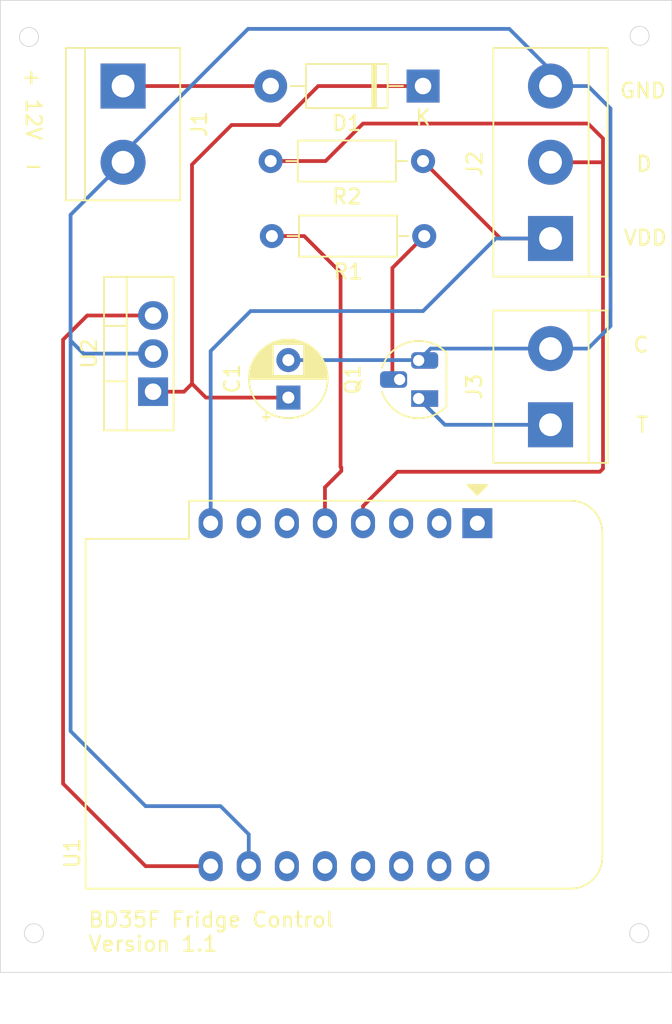
<source format=kicad_pcb>
(kicad_pcb (version 20240108) (generator "pcbnew") (generator_version "8.0")
  (layers (0 "F.Cu" signal) (31 "B.Cu" signal) (34 "B.Paste" user) (35 "F.Paste" user) (36 "B.SilkS" user "B.Silkscreen") (37 "F.SilkS" user "F.Silkscreen") (38 "B.Mask" user) (39 "F.Mask" user) (44 "Edge.Cuts" user))
  (net 0 "")
  (net 1 "GND")
  (net 2 "Net-(J3-Pin_1)")
  (net 7 "Net-(J2-Pin_1)")
  (net 10 "Net-(U1-5V)")
  (net 12 "Net-(J2-Pin_2)")
  (net 13 "Net-(U1-MISO{slash}D6)")
  (net 18 "Net-(D1-A)")
  (net 19 "Net-(D1-K)")
  (net 20 "Net-(Q1-B)")
  (footprint "TerminalBlock:TerminalBlock_bornier-2_P5.08mm" (layer "F.Cu") (at 103.3558 86.6604 90)
    (property "Reference" "J3" (at 2.54 -5.08 -90) (layer "F.SilkS"))
    (property "Value" "BD35F")
    (fp_line (start 7.62 -3.81) (end -2.54 -3.81) (stroke (width 0.12)) (layer "F.SilkS"))
    (fp_line (start -2.54 -3.81) (end -2.54 3.81) (stroke (width 0.12)) (layer "F.SilkS"))
    (fp_line (start 7.62 2.54) (end -2.54 2.54) (stroke (width 0.12)) (layer "F.SilkS"))
    (fp_line (start 7.62 3.81) (end 7.62 -3.81) (stroke (width 0.12)) (layer "F.SilkS"))
    (fp_line (start -2.54 3.81) (end 7.62 3.81) (stroke (width 0.12)) (layer "F.SilkS"))
    (pad "1" thru_hole rect (at 0 0 90) (size 3 3) (drill 1.52) (layers "*.Cu" "*.Mask") (net 2 "Net-(J3-Pin_1)"))
    (pad "2" thru_hole circle (at 5.08 0 90) (size 3 3) (drill 1.52) (layers "*.Cu" "*.Mask") (net 1 "GND"))
  )
  (footprint "Package_TO_SOT_THT:TO-220-3_Vertical" (layer "F.Cu") (at 76.8558 84.455 90)
    (property "Reference" "U2" (at 2.54 -4.27 -90) (layer "F.SilkS"))
    (property "Value" "R-78E50-10_TO220")
    (fp_line (start 7.66 -3.27) (end 7.66 1.371) (stroke (width 0.12)) (layer "F.SilkS"))
    (fp_line (start 4.391 -3.27) (end 4.391 -1.76) (stroke (width 0.12)) (layer "F.SilkS"))
    (fp_line (start 0.69 -3.27) (end 0.69 -1.76) (stroke (width 0.12)) (layer "F.SilkS"))
    (fp_line (start -2.58 -3.27) (end 7.66 -3.27) (stroke (width 0.12)) (layer "F.SilkS"))
    (fp_line (start -2.58 -3.27) (end -2.58 1.371) (stroke (width 0.12)) (layer "F.SilkS"))
    (fp_line (start -2.58 -1.76) (end 7.66 -1.76) (stroke (width 0.12)) (layer "F.SilkS"))
    (fp_line (start -2.58 1.371) (end 7.66 1.371) (stroke (width 0.12)) (layer "F.SilkS"))
    (pad "1" thru_hole rect (at 0 0 90) (size 1.905 2) (drill 1.1) (layers "*.Cu" "*.Mask") (net 19 "Net-(D1-K)"))
    (pad "2" thru_hole oval (at 2.54 0 90) (size 1.905 2) (drill 1.1) (layers "*.Cu" "*.Mask") (net 1 "GND"))
    (pad "3" thru_hole oval (at 5.08 0 90) (size 1.905 2) (drill 1.1) (layers "*.Cu" "*.Mask") (net 10 "Net-(U1-5V)"))
  )
  (footprint "Package_TO_SOT_THT:TO-92_HandSolder" (layer "F.Cu") (at 94.5642 84.9122 90)
    (property "Reference" "Q1" (at 1.27 -4.4 90) (layer "F.SilkS"))
    (property "Value" "BC337")
    (fp_line (start -0.53 1.85) (end 3.07 1.85) (stroke (width 0.12)) (layer "F.SilkS"))
    (fp_arc (start 2.05 -2.45) (mid 3.769931 -0.601036) (end 3.078445 1.827684) (stroke (width 0.12)) (layer "F.SilkS"))
    (fp_arc (start -0.541875 1.841741) (mid -1.247231 -0.581764) (end 0.45 -2.45) (stroke (width 0.12)) (layer "F.SilkS"))
    (pad "1" thru_hole rect (at 0 0 90) (size 1.1 1.8) (drill 0.75 (offset 0 0.4)) (layers "*.Cu" "*.Mask") (net 2 "Net-(J3-Pin_1)"))
    (pad "2" thru_hole roundrect (at 1.27 -1.27 90) (size 1.1 1.8) (drill 0.75 (offset 0 -0.4)) (layers "*.Cu" "*.Mask") (net 20 "Net-(Q1-B)"))
    (pad "3" thru_hole roundrect (at 2.54 0 90) (size 1.1 1.8) (drill 0.75 (offset 0 0.4)) (layers "*.Cu" "*.Mask") (net 1 "GND"))
  )
  (footprint "Resistor_THT:R_Axial_DIN0207_L6.3mm_D2.5mm_P10.16mm_Horizontal" (layer "F.Cu") (at 94.9358 74.0804 180)
    (property "Reference" "R1" (at 5.08 -2.37 180) (layer "F.SilkS"))
    (property "Value" "1K")
    (fp_line (start 9.12 0) (end 8.35 0) (stroke (width 0.12)) (layer "F.SilkS"))
    (fp_line (start 8.35 1.37) (end 8.35 -1.37) (stroke (width 0.12)) (layer "F.SilkS"))
    (fp_line (start 8.35 -1.37) (end 1.81 -1.37) (stroke (width 0.12)) (layer "F.SilkS"))
    (fp_line (start 1.81 1.37) (end 8.35 1.37) (stroke (width 0.12)) (layer "F.SilkS"))
    (fp_line (start 1.81 -1.37) (end 1.81 1.37) (stroke (width 0.12)) (layer "F.SilkS"))
    (fp_line (start 1.04 0) (end 1.81 0) (stroke (width 0.12)) (layer "F.SilkS"))
    (pad "1" thru_hole circle (at 0 0 180) (size 1.6 1.6) (drill 0.8) (layers "*.Cu" "*.Mask") (net 20 "Net-(Q1-B)"))
    (pad "2" thru_hole oval (at 10.16 0 180) (size 1.6 1.6) (drill 0.8) (layers "*.Cu" "*.Mask") (net 13 "Net-(U1-MISO{slash}D6)"))
  )
  (footprint "Module:WEMOS_D1_mini_light" (layer "F.Cu") (at 98.4758 93.2204 -90)
    (property "Reference" "U1" (at 22 27 90) (layer "F.SilkS"))
    (property "Value" "WeMos_D1_mini")
    (fp_line (start 1.04 26.12) (end 24.36 26.12) (stroke (width 0.12)) (layer "F.SilkS"))
    (fp_line (start 24.36 26.12) (end 24.36 -6.21) (stroke (width 0.12)) (layer "F.SilkS"))
    (fp_line (start -1.5 19.22) (end 1.04 19.22) (stroke (width 0.12)) (layer "F.SilkS"))
    (fp_line (start -1.5 19.22) (end -1.5 -6.21) (stroke (width 0.12)) (layer "F.SilkS"))
    (fp_line (start 1.04 19.22) (end 1.04 26.12) (stroke (width 0.12)) (layer "F.SilkS"))
    (fp_line (start 22.24 -8.34) (end 0.63 -8.34) (stroke (width 0.12)) (layer "F.SilkS"))
    (fp_arc (start -1.5 -6.21) (mid -0.876137 -7.716137) (end 0.63 -8.34) (stroke (width 0.12)) (layer "F.SilkS"))
    (fp_arc (start 22.23 -8.34) (mid 23.736137 -7.716137) (end 24.36 -6.21) (stroke (width 0.12)) (layer "F.SilkS"))
    (fp_poly (pts (xy -2.54 -0.635) (xy -2.54 0.635) (xy -1.905 0)) (stroke (width 0.15)) (fill solid) (layer "F.SilkS"))
    (pad "1" thru_hole rect (at 0 0 270) (size 2 2) (drill 1) (layers "*.Cu" "*.Mask"))
    (pad "2" thru_hole oval (at 0 2.54 270) (size 2 1.6) (drill 1) (layers "*.Cu" "*.Mask"))
    (pad "3" thru_hole oval (at 0 5.08 270) (size 2 1.6) (drill 1) (layers "*.Cu" "*.Mask"))
    (pad "4" thru_hole oval (at 0 7.62 270) (size 2 1.6) (drill 1) (layers "*.Cu" "*.Mask") (net 12 "Net-(J2-Pin_2)"))
    (pad "5" thru_hole oval (at 0 10.16 270) (size 2 1.6) (drill 1) (layers "*.Cu" "*.Mask") (net 13 "Net-(U1-MISO{slash}D6)"))
    (pad "6" thru_hole oval (at 0 12.7 270) (size 2 1.6) (drill 1) (layers "*.Cu" "*.Mask"))
    (pad "7" thru_hole oval (at 0 15.24 270) (size 2 1.6) (drill 1) (layers "*.Cu" "*.Mask"))
    (pad "8" thru_hole oval (at 0 17.78 270) (size 2 1.6) (drill 1) (layers "*.Cu" "*.Mask") (net 7 "Net-(J2-Pin_1)"))
    (pad "9" thru_hole oval (at 22.86 17.78 270) (size 2 1.6) (drill 1) (layers "*.Cu" "*.Mask") (net 10 "Net-(U1-5V)"))
    (pad "10" thru_hole oval (at 22.86 15.24 270) (size 2 1.6) (drill 1) (layers "*.Cu" "*.Mask") (net 1 "GND"))
    (pad "11" thru_hole oval (at 22.86 12.7 270) (size 2 1.6) (drill 1) (layers "*.Cu" "*.Mask"))
    (pad "12" thru_hole oval (at 22.86 10.16 270) (size 2 1.6) (drill 1) (layers "*.Cu" "*.Mask"))
    (pad "13" thru_hole oval (at 22.86 7.62 270) (size 2 1.6) (drill 1) (layers "*.Cu" "*.Mask"))
    (pad "14" thru_hole oval (at 22.86 5.08 270) (size 2 1.6) (drill 1) (layers "*.Cu" "*.Mask"))
    (pad "15" thru_hole oval (at 22.86 2.54 270) (size 2 1.6) (drill 1) (layers "*.Cu" "*.Mask"))
    (pad "16" thru_hole oval (at 22.86 0 270) (size 2 1.6) (drill 1) (layers "*.Cu" "*.Mask"))
  )
  (footprint "Capacitor_THT:CP_Radial_D5.0mm_P2.50mm" (layer "F.Cu") (at 85.8774 84.8468 90)
    (property "Reference" "C1" (at 1.25 -3.75 -90) (layer "F.SilkS"))
    (property "Value" "10 µF")
    (fp_line (start 1.29 -2.58) (end 1.29 2.58) (stroke (width 0.12)) (layer "F.SilkS"))
    (fp_line (start 1.25 -2.58) (end 1.25 2.58) (stroke (width 0.12)) (layer "F.SilkS"))
    (fp_line (start 1.33 -2.579) (end 1.33 2.579) (stroke (width 0.12)) (layer "F.SilkS"))
    (fp_line (start 1.37 -2.578) (end 1.37 2.578) (stroke (width 0.12)) (layer "F.SilkS"))
    (fp_line (start 1.41 -2.576) (end 1.41 2.576) (stroke (width 0.12)) (layer "F.SilkS"))
    (fp_line (start 1.45 -2.573) (end 1.45 2.573) (stroke (width 0.12)) (layer "F.SilkS"))
    (fp_line (start 1.49 -2.569) (end 1.49 -1.04) (stroke (width 0.12)) (layer "F.SilkS"))
    (fp_line (start 1.53 -2.565) (end 1.53 -1.04) (stroke (width 0.12)) (layer "F.SilkS"))
    (fp_line (start 1.57 -2.561) (end 1.57 -1.04) (stroke (width 0.12)) (layer "F.SilkS"))
    (fp_line (start 1.61 -2.556) (end 1.61 -1.04) (stroke (width 0.12)) (layer "F.SilkS"))
    (fp_line (start 1.65 -2.55) (end 1.65 -1.04) (stroke (width 0.12)) (layer "F.SilkS"))
    (fp_line (start 1.69 -2.543) (end 1.69 -1.04) (stroke (width 0.12)) (layer "F.SilkS"))
    (fp_line (start 1.73 -2.536) (end 1.73 -1.04) (stroke (width 0.12)) (layer "F.SilkS"))
    (fp_line (start 1.77 -2.528) (end 1.77 -1.04) (stroke (width 0.12)) (layer "F.SilkS"))
    (fp_line (start 1.81 -2.52) (end 1.81 -1.04) (stroke (width 0.12)) (layer "F.SilkS"))
    (fp_line (start 1.85 -2.511) (end 1.85 -1.04) (stroke (width 0.12)) (layer "F.SilkS"))
    (fp_line (start 1.89 -2.501) (end 1.89 -1.04) (stroke (width 0.12)) (layer "F.SilkS"))
    (fp_line (start 1.93 -2.491) (end 1.93 -1.04) (stroke (width 0.12)) (layer "F.SilkS"))
    (fp_line (start 1.971 -2.48) (end 1.971 -1.04) (stroke (width 0.12)) (layer "F.SilkS"))
    (fp_line (start 2.011 -2.468) (end 2.011 -1.04) (stroke (width 0.12)) (layer "F.SilkS"))
    (fp_line (start 2.051 -2.455) (end 2.051 -1.04) (stroke (width 0.12)) (layer "F.SilkS"))
    (fp_line (start 2.091 -2.442) (end 2.091 -1.04) (stroke (width 0.12)) (layer "F.SilkS"))
    (fp_line (start 2.131 -2.428) (end 2.131 -1.04) (stroke (width 0.12)) (layer "F.SilkS"))
    (fp_line (start 2.171 -2.414) (end 2.171 -1.04) (stroke (width 0.12)) (layer "F.SilkS"))
    (fp_line (start 2.211 -2.398) (end 2.211 -1.04) (stroke (width 0.12)) (layer "F.SilkS"))
    (fp_line (start 2.251 -2.382) (end 2.251 -1.04) (stroke (width 0.12)) (layer "F.SilkS"))
    (fp_line (start 2.291 -2.365) (end 2.291 -1.04) (stroke (width 0.12)) (layer "F.SilkS"))
    (fp_line (start 2.331 -2.348) (end 2.331 -1.04) (stroke (width 0.12)) (layer "F.SilkS"))
    (fp_line (start 2.371 -2.329) (end 2.371 -1.04) (stroke (width 0.12)) (layer "F.SilkS"))
    (fp_line (start 2.411 -2.31) (end 2.411 -1.04) (stroke (width 0.12)) (layer "F.SilkS"))
    (fp_line (start 2.451 -2.29) (end 2.451 -1.04) (stroke (width 0.12)) (layer "F.SilkS"))
    (fp_line (start 2.491 -2.268) (end 2.491 -1.04) (stroke (width 0.12)) (layer "F.SilkS"))
    (fp_line (start 2.531 -2.247) (end 2.531 -1.04) (stroke (width 0.12)) (layer "F.SilkS"))
    (fp_line (start 2.571 -2.224) (end 2.571 -1.04) (stroke (width 0.12)) (layer "F.SilkS"))
    (fp_line (start 2.611 -2.2) (end 2.611 -1.04) (stroke (width 0.12)) (layer "F.SilkS"))
    (fp_line (start 2.651 -2.175) (end 2.651 -1.04) (stroke (width 0.12)) (layer "F.SilkS"))
    (fp_line (start 2.691 -2.149) (end 2.691 -1.04) (stroke (width 0.12)) (layer "F.SilkS"))
    (fp_line (start 2.731 -2.122) (end 2.731 -1.04) (stroke (width 0.12)) (layer "F.SilkS"))
    (fp_line (start 2.771 -2.095) (end 2.771 -1.04) (stroke (width 0.12)) (layer "F.SilkS"))
    (fp_line (start 2.811 -2.065) (end 2.811 -1.04) (stroke (width 0.12)) (layer "F.SilkS"))
    (fp_line (start 2.851 -2.035) (end 2.851 -1.04) (stroke (width 0.12)) (layer "F.SilkS"))
    (fp_line (start 2.891 -2.004) (end 2.891 -1.04) (stroke (width 0.12)) (layer "F.SilkS"))
    (fp_line (start 2.931 -1.971) (end 2.931 -1.04) (stroke (width 0.12)) (layer "F.SilkS"))
    (fp_line (start 2.971 -1.937) (end 2.971 -1.04) (stroke (width 0.12)) (layer "F.SilkS"))
    (fp_line (start 3.011 -1.901) (end 3.011 -1.04) (stroke (width 0.12)) (layer "F.SilkS"))
    (fp_line (start 3.051 -1.864) (end 3.051 -1.04) (stroke (width 0.12)) (layer "F.SilkS"))
    (fp_line (start 3.091 -1.826) (end 3.091 -1.04) (stroke (width 0.12)) (layer "F.SilkS"))
    (fp_line (start 3.131 -1.785) (end 3.131 -1.04) (stroke (width 0.12)) (layer "F.SilkS"))
    (fp_line (start 3.171 -1.743) (end 3.171 -1.04) (stroke (width 0.12)) (layer "F.SilkS"))
    (fp_line (start -1.304775 -1.725) (end -1.304775 -1.225) (stroke (width 0.12)) (layer "F.SilkS"))
    (fp_line (start 3.211 -1.699) (end 3.211 -1.04) (stroke (width 0.12)) (layer "F.SilkS"))
    (fp_line (start 3.251 -1.653) (end 3.251 -1.04) (stroke (width 0.12)) (layer "F.SilkS"))
    (fp_line (start 3.291 -1.605) (end 3.291 -1.04) (stroke (width 0.12)) (layer "F.SilkS"))
    (fp_line (start 3.331 -1.554) (end 3.331 -1.04) (stroke (width 0.12)) (layer "F.SilkS"))
    (fp_line (start 3.371 -1.5) (end 3.371 -1.04) (stroke (width 0.12)) (layer "F.SilkS"))
    (fp_line (start -1.554775 -1.475) (end -1.054775 -1.475) (stroke (width 0.12)) (layer "F.SilkS"))
    (fp_line (start 3.411 -1.443) (end 3.411 -1.04) (stroke (width 0.12)) (layer "F.SilkS"))
    (fp_line (start 3.451 -1.383) (end 3.451 -1.04) (stroke (width 0.12)) (layer "F.SilkS"))
    (fp_line (start 3.491 -1.319) (end 3.491 -1.04) (stroke (width 0.12)) (layer "F.SilkS"))
    (fp_line (start 3.531 -1.251) (end 3.531 -1.04) (stroke (width 0.12)) (layer "F.SilkS"))
    (fp_line (start 3.571 -1.178) (end 3.571 1.178) (stroke (width 0.12)) (layer "F.SilkS"))
    (fp_line (start 3.611 -1.098) (end 3.611 1.098) (stroke (width 0.12)) (layer "F.SilkS"))
    (fp_line (start 3.651 -1.011) (end 3.651 1.011) (stroke (width 0.12)) (layer "F.SilkS"))
    (fp_line (start 3.691 -0.915) (end 3.691 0.915) (stroke (width 0.12)) (layer "F.SilkS"))
    (fp_line (start 3.731 -0.805) (end 3.731 0.805) (stroke (width 0.12)) (layer "F.SilkS"))
    (fp_line (start 3.771 -0.677) (end 3.771 0.677) (stroke (width 0.12)) (layer "F.SilkS"))
    (fp_line (start 3.811 -0.518) (end 3.811 0.518) (stroke (width 0.12)) (layer "F.SilkS"))
    (fp_line (start 3.851 -0.284) (end 3.851 0.284) (stroke (width 0.12)) (layer "F.SilkS"))
    (fp_line (start 3.531 1.04) (end 3.531 1.251) (stroke (width 0.12)) (layer "F.SilkS"))
    (fp_line (start 3.491 1.04) (end 3.491 1.319) (stroke (width 0.12)) (layer "F.SilkS"))
    (fp_line (start 3.451 1.04) (end 3.451 1.383) (stroke (width 0.12)) (layer "F.SilkS"))
    (fp_line (start 3.411 1.04) (end 3.411 1.443) (stroke (width 0.12)) (layer "F.SilkS"))
    (fp_line (start 3.371 1.04) (end 3.371 1.5) (stroke (width 0.12)) (layer "F.SilkS"))
    (fp_line (start 3.331 1.04) (end 3.331 1.554) (stroke (width 0.12)) (layer "F.SilkS"))
    (fp_line (start 3.291 1.04) (end 3.291 1.605) (stroke (width 0.12)) (layer "F.SilkS"))
    (fp_line (start 3.251 1.04) (end 3.251 1.653) (stroke (width 0.12)) (layer "F.SilkS"))
    (fp_line (start 3.211 1.04) (end 3.211 1.699) (stroke (width 0.12)) (layer "F.SilkS"))
    (fp_line (start 3.171 1.04) (end 3.171 1.743) (stroke (width 0.12)) (layer "F.SilkS"))
    (fp_line (start 3.131 1.04) (end 3.131 1.785) (stroke (width 0.12)) (layer "F.SilkS"))
    (fp_line (start 3.091 1.04) (end 3.091 1.826) (stroke (width 0.12)) (layer "F.SilkS"))
    (fp_line (start 3.051 1.04) (end 3.051 1.864) (stroke (width 0.12)) (layer "F.SilkS"))
    (fp_line (start 3.011 1.04) (end 3.011 1.901) (stroke (width 0.12)) (layer "F.SilkS"))
    (fp_line (start 2.971 1.04) (end 2.971 1.937) (stroke (width 0.12)) (layer "F.SilkS"))
    (fp_line (start 2.931 1.04) (end 2.931 1.971) (stroke (width 0.12)) (layer "F.SilkS"))
    (fp_line (start 2.891 1.04) (end 2.891 2.004) (stroke (width 0.12)) (layer "F.SilkS"))
    (fp_line (start 2.851 1.04) (end 2.851 2.035) (stroke (width 0.12)) (layer "F.SilkS"))
    (fp_line (start 2.811 1.04) (end 2.811 2.065) (stroke (width 0.12)) (layer "F.SilkS"))
    (fp_line (start 2.771 1.04) (end 2.771 2.095) (stroke (width 0.12)) (layer "F.SilkS"))
    (fp_line (start 2.731 1.04) (end 2.731 2.122) (stroke (width 0.12)) (layer "F.SilkS"))
    (fp_line (start 2.691 1.04) (end 2.691 2.149) (stroke (width 0.12)) (layer "F.SilkS"))
    (fp_line (start 2.651 1.04) (end 2.651 2.175) (stroke (width 0.12)) (layer "F.SilkS"))
    (fp_line (start 2.611 1.04) (end 2.611 2.2) (stroke (width 0.12)) (layer "F.SilkS"))
    (fp_line (start 2.571 1.04) (end 2.571 2.224) (stroke (width 0.12)) (layer "F.SilkS"))
    (fp_line (start 2.531 1.04) (end 2.531 2.247) (stroke (width 0.12)) (layer "F.SilkS"))
    (fp_line (start 2.491 1.04) (end 2.491 2.268) (stroke (width 0.12)) (layer "F.SilkS"))
    (fp_line (start 2.451 1.04) (end 2.451 2.29) (stroke (width 0.12)) (layer "F.SilkS"))
    (fp_line (start 2.411 1.04) (end 2.411 2.31) (stroke (width 0.12)) (layer "F.SilkS"))
    (fp_line (start 2.371 1.04) (end 2.371 2.329) (stroke (width 0.12)) (layer "F.SilkS"))
    (fp_line (start 2.331 1.04) (end 2.331 2.348) (stroke (width 0.12)) (layer "F.SilkS"))
    (fp_line (start 2.291 1.04) (end 2.291 2.365) (stroke (width 0.12)) (layer "F.SilkS"))
    (fp_line (start 2.251 1.04) (end 2.251 2.382) (stroke (width 0.12)) (layer "F.SilkS"))
    (fp_line (start 2.211 1.04) (end 2.211 2.398) (stroke (width 0.12)) (layer "F.SilkS"))
    (fp_line (start 2.171 1.04) (end 2.171 2.414) (stroke (width 0.12)) (layer "F.SilkS"))
    (fp_line (start 2.131 1.04) (end 2.131 2.428) (stroke (width 0.12)) (layer "F.SilkS"))
    (fp_line (start 2.091 1.04) (end 2.091 2.442) (stroke (width 0.12)) (layer "F.SilkS"))
    (fp_line (start 2.051 1.04) (end 2.051 2.455) (stroke (width 0.12)) (layer "F.SilkS"))
    (fp_line (start 2.011 1.04) (end 2.011 2.468) (stroke (width 0.12)) (layer "F.SilkS"))
    (fp_line (start 1.971 1.04) (end 1.971 2.48) (stroke (width 0.12)) (layer "F.SilkS"))
    (fp_line (start 1.93 1.04) (end 1.93 2.491) (stroke (width 0.12)) (layer "F.SilkS"))
    (fp_line (start 1.89 1.04) (end 1.89 2.501) (stroke (width 0.12)) (layer "F.SilkS"))
    (fp_line (start 1.85 1.04) (end 1.85 2.511) (stroke (width 0.12)) (layer "F.SilkS"))
    (fp_line (start 1.81 1.04) (end 1.81 2.52) (stroke (width 0.12)) (layer "F.SilkS"))
    (fp_line (start 1.77 1.04) (end 1.77 2.528) (stroke (width 0.12)) (layer "F.SilkS"))
    (fp_line (start 1.73 1.04) (end 1.73 2.536) (stroke (width 0.12)) (layer "F.SilkS"))
    (fp_line (start 1.69 1.04) (end 1.69 2.543) (stroke (width 0.12)) (layer "F.SilkS"))
    (fp_line (start 1.65 1.04) (end 1.65 2.55) (stroke (width 0.12)) (layer "F.SilkS"))
    (fp_line (start 1.61 1.04) (end 1.61 2.556) (stroke (width 0.12)) (layer "F.SilkS"))
    (fp_line (start 1.57 1.04) (end 1.57 2.561) (stroke (width 0.12)) (layer "F.SilkS"))
    (fp_line (start 1.53 1.04) (end 1.53 2.565) (stroke (width 0.12)) (layer "F.SilkS"))
    (fp_line (start 1.49 1.04) (end 1.49 2.569) (stroke (width 0.12)) (layer "F.SilkS"))
    (fp_circle (center 1.25 0) (end 3.87 0) (stroke (width 0.12)) (fill none) (layer "F.SilkS"))
    (pad "1" thru_hole rect (at 0 0 90) (size 1.6 1.6) (drill 0.8) (layers "*.Cu" "*.Mask") (net 19 "Net-(D1-K)"))
    (pad "2" thru_hole circle (at 2.5 0 90) (size 1.6 1.6) (drill 0.8) (layers "*.Cu" "*.Mask") (net 1 "GND"))
  )
  (footprint "Resistor_THT:R_Axial_DIN0207_L6.3mm_D2.5mm_P10.16mm_Horizontal" (layer "F.Cu") (at 94.8558 69.0804 180)
    (property "Reference" "R2" (at 5.08 -2.37 180) (layer "F.SilkS"))
    (property "Value" "4K7")
    (fp_line (start 9.12 0) (end 8.35 0) (stroke (width 0.12)) (layer "F.SilkS"))
    (fp_line (start 8.35 1.37) (end 8.35 -1.37) (stroke (width 0.12)) (layer "F.SilkS"))
    (fp_line (start 8.35 -1.37) (end 1.81 -1.37) (stroke (width 0.12)) (layer "F.SilkS"))
    (fp_line (start 1.81 1.37) (end 8.35 1.37) (stroke (width 0.12)) (layer "F.SilkS"))
    (fp_line (start 1.81 -1.37) (end 1.81 1.37) (stroke (width 0.12)) (layer "F.SilkS"))
    (fp_line (start 1.04 0) (end 1.81 0) (stroke (width 0.12)) (layer "F.SilkS"))
    (pad "1" thru_hole circle (at 0 0 180) (size 1.6 1.6) (drill 0.8) (layers "*.Cu" "*.Mask") (net 7 "Net-(J2-Pin_1)"))
    (pad "2" thru_hole oval (at 10.16 0 180) (size 1.6 1.6) (drill 0.8) (layers "*.Cu" "*.Mask") (net 12 "Net-(J2-Pin_2)"))
  )
  (footprint "TerminalBlock:TerminalBlock_bornier-3_P5.08mm" (layer "F.Cu") (at 103.3558 74.2404 90)
    (property "Reference" "J2" (at 4.9746 -5.0578 -90) (layer "F.SilkS"))
    (property "Value" "DS18B20")
    (fp_line (start -2.54 -3.81) (end 12.7 -3.81) (stroke (width 0.12)) (layer "F.SilkS"))
    (fp_line (start -2.54 2.54) (end 12.7 2.54) (stroke (width 0.12)) (layer "F.SilkS"))
    (fp_line (start 12.7 3.81) (end 12.7 -3.81) (stroke (width 0.12)) (layer "F.SilkS"))
    (fp_line (start -2.54 3.81) (end -2.54 -3.81) (stroke (width 0.12)) (layer "F.SilkS"))
    (fp_line (start -2.54 3.81) (end 12.7 3.81) (stroke (width 0.12)) (layer "F.SilkS"))
    (pad "1" thru_hole rect (at 0 0 90) (size 3 3) (drill 1.52) (layers "*.Cu" "*.Mask") (net 7 "Net-(J2-Pin_1)"))
    (pad "2" thru_hole circle (at 5.08 0 90) (size 3 3) (drill 1.52) (layers "*.Cu" "*.Mask") (net 12 "Net-(J2-Pin_2)"))
    (pad "3" thru_hole circle (at 10.16 0 90) (size 3 3) (drill 1.52) (layers "*.Cu" "*.Mask") (net 1 "GND"))
  )
  (footprint "TerminalBlock:TerminalBlock_bornier-2_P5.08mm" (layer "F.Cu") (at 74.8558 64.0804 -90)
    (property "Reference" "J1" (at 2.54 -5.08 90) (layer "F.SilkS"))
    (property "Value" "12 Volt")
    (fp_line (start -2.54 3.81) (end 7.62 3.81) (stroke (width 0.12)) (layer "F.SilkS"))
    (fp_line (start 7.62 3.81) (end 7.62 -3.81) (stroke (width 0.12)) (layer "F.SilkS"))
    (fp_line (start 7.62 2.54) (end -2.54 2.54) (stroke (width 0.12)) (layer "F.SilkS"))
    (fp_line (start -2.54 -3.81) (end -2.54 3.81) (stroke (width 0.12)) (layer "F.SilkS"))
    (fp_line (start 7.62 -3.81) (end -2.54 -3.81) (stroke (width 0.12)) (layer "F.SilkS"))
    (pad "1" thru_hole rect (at 0 0 270) (size 3 3) (drill 1.52) (layers "*.Cu" "*.Mask") (net 18 "Net-(D1-A)"))
    (pad "2" thru_hole circle (at 5.08 0 270) (size 3 3) (drill 1.52) (layers "*.Cu" "*.Mask") (net 1 "GND"))
  )
  (footprint "Diode_THT:D_DO-41_SOD81_P10.16mm_Horizontal" (layer "F.Cu") (at 94.8558 64.0804 180)
    (property "Reference" "D1" (at 5.08 -2.47 180) (layer "F.SilkS"))
    (property "Value" "1N4001")
    (fp_line (start 8.82 0) (end 7.8 0) (stroke (width 0.12)) (layer "F.SilkS"))
    (fp_line (start 7.8 1.47) (end 7.8 -1.47) (stroke (width 0.12)) (layer "F.SilkS"))
    (fp_line (start 7.8 -1.47) (end 2.36 -1.47) (stroke (width 0.12)) (layer "F.SilkS"))
    (fp_line (start 3.38 -1.47) (end 3.38 1.47) (stroke (width 0.12)) (layer "F.SilkS"))
    (fp_line (start 3.26 -1.47) (end 3.26 1.47) (stroke (width 0.12)) (layer "F.SilkS"))
    (fp_line (start 3.14 -1.47) (end 3.14 1.47) (stroke (width 0.12)) (layer "F.SilkS"))
    (fp_line (start 2.36 1.47) (end 7.8 1.47) (stroke (width 0.12)) (layer "F.SilkS"))
    (fp_line (start 2.36 -1.47) (end 2.36 1.47) (stroke (width 0.12)) (layer "F.SilkS"))
    (fp_line (start 1.34 0) (end 2.36 0) (stroke (width 0.12)) (layer "F.SilkS"))
    (fp_text user "K" (at 0 -2.1 180) (layer "F.SilkS"))
    (pad "1" thru_hole rect (at 0 0 180) (size 2.2 2.2) (drill 1.1) (layers "*.Cu" "*.Mask") (net 19 "Net-(D1-K)"))
    (pad "2" thru_hole oval (at 10.16 0 180) (size 2.2 2.2) (drill 1.1) (layers "*.Cu" "*.Mask") (net 18 "Net-(D1-A)"))
  )
  (gr_circle (center 68.58 60.8076) (end 69.215 60.8076) (stroke (width 0.05)) (fill none) (layer "Edge.Cuts"))
  (gr_circle (center 68.9102 120.5484) (end 68.9102 119.9134) (stroke (width 0.05)) (fill none) (layer "Edge.Cuts"))
  (gr_circle (center 109.2962 60.7314) (end 109.9312 60.7314) (stroke (width 0.05)) (fill none) (layer "Edge.Cuts"))
  (gr_rect (start 66.675 58.3692) (end 111.4552 123.1646) (stroke (width 0.05)) (fill none) (layer "Edge.Cuts"))
  (gr_circle (center 109.2708 120.5484) (end 109.9058 120.5484) (stroke (width 0.05)) (fill none) (layer "Edge.Cuts"))
  (gr_text "12V" (at 68.3006 64.8232 270) (layer "F.SilkS") (effects (font (size 1 1)) (justify left bottom)))
  (gr_text "GND" (at 107.8992 64.9756 0) (layer "F.SilkS") (effects (font (size 1 1)) (justify left bottom)))
  (gr_text "D" (at 108.9914 69.8524 0) (layer "F.SilkS") (effects (font (size 1 1)) (justify left bottom)))
  (gr_text "+" (at 68.0212 64.0358 0) (layer "F.SilkS") (effects (font (size 1 1)) (justify left bottom)))
  (gr_text "-" (at 68.1736 69.9794 0) (layer "F.SilkS") (effects (font (size 1 1)) (justify left bottom)))
  (gr_text "T" (at 108.9914 87.2514 0) (layer "F.SilkS") (effects (font (size 1 1)) (justify left bottom)))
  (gr_text "VDD" (at 108.1532 74.78 0) (layer "F.SilkS") (effects (font (size 1 1)) (justify left bottom)))
  (gr_text "C" (at 108.7882 81.9174 0) (layer "F.SilkS") (effects (font (size 1 1)) (justify left bottom)))
  (gr_text "BD35F Fridge Control\nVersion 1.1\n" (at 72.4662 121.8462 0) (layer "F.SilkS") (effects (font (size 1 1)) (justify left bottom)))
  (segment (start 83.1898 60.27) (end 100.6098 60.27) (width 0.25) (layer "B.Cu") (net 1))
  (segment (start 76.3558 112.0804) (end 81.3558 112.0804) (width 0.25) (layer "B.Cu") (net 1))
  (segment (start 75.1098 68.35) (end 83.1898 60.27) (width 0.25) (layer "B.Cu") (net 1))
  (segment (start 71.3558 107.0804) (end 76.3558 112.0804) (width 0.25) (layer "B.Cu") (net 1))
  (segment (start 95.356 81.5804) (end 94.5642 82.3722) (width 0.25) (layer "B.Cu") (net 1))
  (segment (start 71.3558 72.6604) (end 71.3558 81.0514) (width 0.25) (layer "B.Cu") (net 1))
  (segment (start 81.3558 112.0804) (end 83.2358 113.9604) (width 0.25) (layer "B.Cu") (net 1))
  (segment (start 107.3558 80.0804) (end 107.3558 65.5804) (width 0.25) (layer "B.Cu") (net 1))
  (segment (start 105.8558 81.5804) (end 107.3558 80.0804) (width 0.25) (layer "B.Cu") (net 1))
  (segment (start 103.3558 81.5804) (end 95.356 81.5804) (width 0.25) (layer "B.Cu") (net 1))
  (segment (start 71.3558 81.0514) (end 71.3558 107.0804) (width 0.25) (layer "B.Cu") (net 1))
  (segment (start 76.8558 81.915) (end 72.2194 81.915) (width 0.25) (layer "B.Cu") (net 1))
  (segment (start 83.2358 113.9604) (end 83.2358 116.0804) (width 0.25) (layer "B.Cu") (net 1))
  (segment (start 72.2194 81.915) (end 71.3558 81.0514) (width 0.25) (layer "B.Cu") (net 1))
  (segment (start 103.3558 81.5804) (end 105.8558 81.5804) (width 0.25) (layer "B.Cu") (net 1))
  (segment (start 94.5388 82.3468) (end 94.5642 82.3722) (width 0.25) (layer "B.Cu") (net 1))
  (segment (start 100.6098 60.27) (end 103.6098 63.27) (width 0.25) (layer "B.Cu") (net 1))
  (segment (start 74.8558 69.1604) (end 71.3558 72.6604) (width 0.25) (layer "B.Cu") (net 1))
  (segment (start 107.3558 65.5804) (end 105.8558 64.0804) (width 0.25) (layer "B.Cu") (net 1))
  (segment (start 85.8774 82.3468) (end 94.5388 82.3468) (width 0.25) (layer "B.Cu") (net 1))
  (segment (start 105.8558 64.0804) (end 103.3558 64.0804) (width 0.25) (layer "B.Cu") (net 1))
  (segment (start 103.3558 86.6604) (end 96.3124 86.6604) (width 0.25) (layer "B.Cu") (net 2))
  (segment (start 96.3124 86.6604) (end 94.5642 84.9122) (width 0.25) (layer "B.Cu") (net 2))
  (segment (start 94.8558 69.0804) (end 100.0158 74.2404) (width 0.25) (layer "F.Cu") (net 7))
  (segment (start 100.0158 74.2404) (end 103.3558 74.2404) (width 0.25) (layer "F.Cu") (net 7))
  (segment (start 80.6958 81.7404) (end 80.6958 93.2204) (width 0.25) (layer "B.Cu") (net 7))
  (segment (start 94.8558 79.0804) (end 83.3558 79.0804) (width 0.25) (layer "B.Cu") (net 7))
  (segment (start 99.6958 74.2404) (end 94.8558 79.0804) (width 0.25) (layer "B.Cu") (net 7))
  (segment (start 103.3558 74.2404) (end 99.6958 74.2404) (width 0.25) (layer "B.Cu") (net 7))
  (segment (start 83.3558 79.0804) (end 80.6958 81.7404) (width 0.25) (layer "B.Cu") (net 7))
  (segment (start 76.3558 116.0804) (end 70.8558 110.5804) (width 0.25) (layer "F.Cu") (net 10))
  (segment (start 80.6958 116.0804) (end 76.3558 116.0804) (width 0.25) (layer "F.Cu") (net 10))
  (segment (start 70.8558 110.5804) (end 70.8558 80.9854) (width 0.25) (layer "F.Cu") (net 10))
  (segment (start 72.4662 79.375) (end 76.8558 79.375) (width 0.25) (layer "F.Cu") (net 10))
  (segment (start 70.8558 80.9854) (end 72.4662 79.375) (width 0.25) (layer "F.Cu") (net 10))
  (segment (start 106.8112 69.1604) (end 106.8558 69.1158) (width 0.25) (layer "F.Cu") (net 12))
  (segment (start 103.3558 69.1604) (end 106.8112 69.1604) (width 0.25) (layer "F.Cu") (net 12))
  (segment (start 90.8558 93.2204) (end 90.8558 92.0804) (width 0.25) (layer "F.Cu") (net 12))
  (segment (start 93.1448 89.7914) (end 106.6448 89.7914) (width 0.25) (layer "F.Cu") (net 12))
  (segment (start 106.8558 69.1158) (end 106.8558 67.5804) (width 0.25) (layer "F.Cu") (net 12))
  (segment (start 88.3558 69.0804) (end 84.6958 69.0804) (width 0.25) (layer "F.Cu") (net 12))
  (segment (start 90.8558 92.0804) (end 93.1448 89.7914) (width 0.25) (layer "F.Cu") (net 12))
  (segment (start 106.8558 89.5804) (end 106.8558 69.1158) (width 0.25) (layer "F.Cu") (net 12))
  (segment (start 106.6448 89.7914) (end 106.8558 89.5804) (width 0.25) (layer "F.Cu") (net 12))
  (segment (start 90.8558 66.5804) (end 88.3558 69.0804) (width 0.25) (layer "F.Cu") (net 12))
  (segment (start 106.8558 67.5804) (end 105.8558 66.5804) (width 0.25) (layer "F.Cu") (net 12))
  (segment (start 105.8558 66.5804) (end 90.8558 66.5804) (width 0.25) (layer "F.Cu") (net 12))
  (segment (start 89.3572 89.4588) (end 89.408 89.5096) (width 0.25) (layer "F.Cu") (net 13))
  (segment (start 88.3158 90.8304) (end 88.3158 93.2204) (width 0.25) (layer "F.Cu") (net 13))
  (segment (start 89.3572 76.5048) (end 89.3572 89.4588) (width 0.25) (layer "F.Cu") (net 13))
  (segment (start 89.408 89.5096) (end 89.408 89.7382) (width 0.25) (layer "F.Cu") (net 13))
  (segment (start 86.9328 74.0804) (end 89.3572 76.5048) (width 0.25) (layer "F.Cu") (net 13))
  (segment (start 84.7758 74.0804) (end 86.9328 74.0804) (width 0.25) (layer "F.Cu") (net 13))
  (segment (start 89.408 89.7382) (end 88.3158 90.8304) (width 0.25) (layer "F.Cu") (net 13))
  (segment (start 74.8558 64.0804) (end 84.6958 64.0804) (width 0.25) (layer "F.Cu") (net 18))
  (segment (start 82.0904 66.6774) (end 85.2932 66.6774) (width 0.25) (layer "F.Cu") (net 19))
  (segment (start 87.8648 64.0804) (end 94.8558 64.0804) (width 0.25) (layer "F.Cu") (net 19))
  (segment (start 85.2932 66.6774) (end 85.2932 66.652) (width 0.25) (layer "F.Cu") (net 19))
  (segment (start 78.9178 84.455) (end 79.4512 83.9216) (width 0.25) (layer "F.Cu") (net 19))
  (segment (start 85.2932 66.652) (end 87.8648 64.0804) (width 0.25) (layer "F.Cu") (net 19))
  (segment (start 79.4512 83.9216) (end 79.4512 69.3166) (width 0.25) (layer "F.Cu") (net 19))
  (segment (start 85.8774 84.8468) (end 80.3764 84.8468) (width 0.25) (layer "F.Cu") (net 19))
  (segment (start 79.4512 69.3166) (end 82.0904 66.6774) (width 0.25) (layer "F.Cu") (net 19))
  (segment (start 80.3764 84.8468) (end 79.4512 83.9216) (width 0.25) (layer "F.Cu") (net 19))
  (segment (start 76.8558 84.455) (end 78.9178 84.455) (width 0.25) (layer "F.Cu") (net 19))
  (segment (start 92.8116 76.2046) (end 94.9358 74.0804) (width 0.25) (layer "F.Cu") (net 20))
  (segment (start 93.2942 83.6422) (end 92.8116 83.1596) (width 0.25) (layer "F.Cu") (net 20))
  (segment (start 92.8116 83.1596) (end 92.8116 76.2046) (width 0.25) (layer "F.Cu") (net 20))
)
</source>
